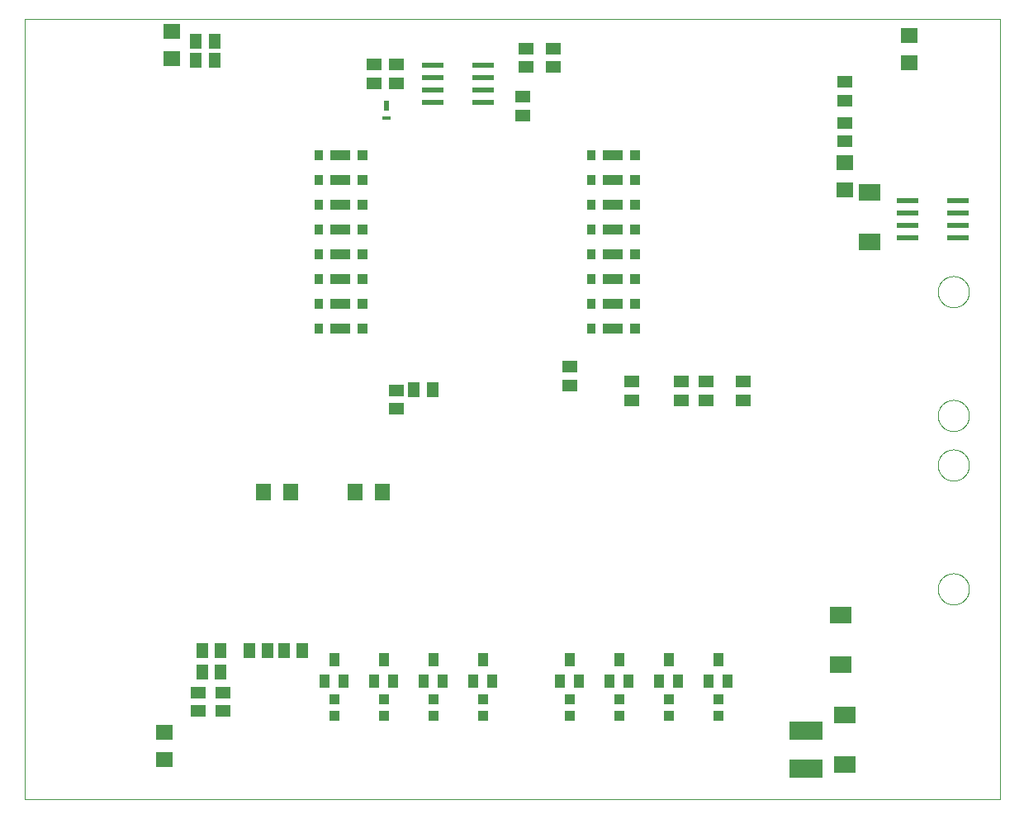
<source format=gtp>
G75*
%MOIN*%
%OFA0B0*%
%FSLAX25Y25*%
%IPPOS*%
%LPD*%
%AMOC8*
5,1,8,0,0,1.08239X$1,22.5*
%
%ADD10C,0.00000*%
%ADD11R,0.08661X0.02362*%
%ADD12R,0.07087X0.06299*%
%ADD13R,0.05118X0.05906*%
%ADD14R,0.05906X0.05118*%
%ADD15R,0.03937X0.05512*%
%ADD16R,0.04331X0.03937*%
%ADD17R,0.13386X0.07480*%
%ADD18R,0.03937X0.04331*%
%ADD19R,0.03740X0.04331*%
%ADD20R,0.02000X0.04000*%
%ADD21R,0.03200X0.01600*%
%ADD22R,0.06299X0.07087*%
%ADD23R,0.08661X0.07087*%
D10*
X0003000Y0106000D02*
X0003000Y0420961D01*
X0396701Y0420961D01*
X0396701Y0106000D01*
X0003000Y0106000D01*
X0371701Y0191000D02*
X0371703Y0191158D01*
X0371709Y0191316D01*
X0371719Y0191474D01*
X0371733Y0191632D01*
X0371751Y0191789D01*
X0371772Y0191946D01*
X0371798Y0192102D01*
X0371828Y0192258D01*
X0371861Y0192413D01*
X0371899Y0192566D01*
X0371940Y0192719D01*
X0371985Y0192871D01*
X0372034Y0193022D01*
X0372087Y0193171D01*
X0372143Y0193319D01*
X0372203Y0193465D01*
X0372267Y0193610D01*
X0372335Y0193753D01*
X0372406Y0193895D01*
X0372480Y0194035D01*
X0372558Y0194172D01*
X0372640Y0194308D01*
X0372724Y0194442D01*
X0372813Y0194573D01*
X0372904Y0194702D01*
X0372999Y0194829D01*
X0373096Y0194954D01*
X0373197Y0195076D01*
X0373301Y0195195D01*
X0373408Y0195312D01*
X0373518Y0195426D01*
X0373631Y0195537D01*
X0373746Y0195646D01*
X0373864Y0195751D01*
X0373985Y0195853D01*
X0374108Y0195953D01*
X0374234Y0196049D01*
X0374362Y0196142D01*
X0374492Y0196232D01*
X0374625Y0196318D01*
X0374760Y0196402D01*
X0374896Y0196481D01*
X0375035Y0196558D01*
X0375176Y0196630D01*
X0375318Y0196700D01*
X0375462Y0196765D01*
X0375608Y0196827D01*
X0375755Y0196885D01*
X0375904Y0196940D01*
X0376054Y0196991D01*
X0376205Y0197038D01*
X0376357Y0197081D01*
X0376510Y0197120D01*
X0376665Y0197156D01*
X0376820Y0197187D01*
X0376976Y0197215D01*
X0377132Y0197239D01*
X0377289Y0197259D01*
X0377447Y0197275D01*
X0377604Y0197287D01*
X0377763Y0197295D01*
X0377921Y0197299D01*
X0378079Y0197299D01*
X0378237Y0197295D01*
X0378396Y0197287D01*
X0378553Y0197275D01*
X0378711Y0197259D01*
X0378868Y0197239D01*
X0379024Y0197215D01*
X0379180Y0197187D01*
X0379335Y0197156D01*
X0379490Y0197120D01*
X0379643Y0197081D01*
X0379795Y0197038D01*
X0379946Y0196991D01*
X0380096Y0196940D01*
X0380245Y0196885D01*
X0380392Y0196827D01*
X0380538Y0196765D01*
X0380682Y0196700D01*
X0380824Y0196630D01*
X0380965Y0196558D01*
X0381104Y0196481D01*
X0381240Y0196402D01*
X0381375Y0196318D01*
X0381508Y0196232D01*
X0381638Y0196142D01*
X0381766Y0196049D01*
X0381892Y0195953D01*
X0382015Y0195853D01*
X0382136Y0195751D01*
X0382254Y0195646D01*
X0382369Y0195537D01*
X0382482Y0195426D01*
X0382592Y0195312D01*
X0382699Y0195195D01*
X0382803Y0195076D01*
X0382904Y0194954D01*
X0383001Y0194829D01*
X0383096Y0194702D01*
X0383187Y0194573D01*
X0383276Y0194442D01*
X0383360Y0194308D01*
X0383442Y0194172D01*
X0383520Y0194035D01*
X0383594Y0193895D01*
X0383665Y0193753D01*
X0383733Y0193610D01*
X0383797Y0193465D01*
X0383857Y0193319D01*
X0383913Y0193171D01*
X0383966Y0193022D01*
X0384015Y0192871D01*
X0384060Y0192719D01*
X0384101Y0192566D01*
X0384139Y0192413D01*
X0384172Y0192258D01*
X0384202Y0192102D01*
X0384228Y0191946D01*
X0384249Y0191789D01*
X0384267Y0191632D01*
X0384281Y0191474D01*
X0384291Y0191316D01*
X0384297Y0191158D01*
X0384299Y0191000D01*
X0384297Y0190842D01*
X0384291Y0190684D01*
X0384281Y0190526D01*
X0384267Y0190368D01*
X0384249Y0190211D01*
X0384228Y0190054D01*
X0384202Y0189898D01*
X0384172Y0189742D01*
X0384139Y0189587D01*
X0384101Y0189434D01*
X0384060Y0189281D01*
X0384015Y0189129D01*
X0383966Y0188978D01*
X0383913Y0188829D01*
X0383857Y0188681D01*
X0383797Y0188535D01*
X0383733Y0188390D01*
X0383665Y0188247D01*
X0383594Y0188105D01*
X0383520Y0187965D01*
X0383442Y0187828D01*
X0383360Y0187692D01*
X0383276Y0187558D01*
X0383187Y0187427D01*
X0383096Y0187298D01*
X0383001Y0187171D01*
X0382904Y0187046D01*
X0382803Y0186924D01*
X0382699Y0186805D01*
X0382592Y0186688D01*
X0382482Y0186574D01*
X0382369Y0186463D01*
X0382254Y0186354D01*
X0382136Y0186249D01*
X0382015Y0186147D01*
X0381892Y0186047D01*
X0381766Y0185951D01*
X0381638Y0185858D01*
X0381508Y0185768D01*
X0381375Y0185682D01*
X0381240Y0185598D01*
X0381104Y0185519D01*
X0380965Y0185442D01*
X0380824Y0185370D01*
X0380682Y0185300D01*
X0380538Y0185235D01*
X0380392Y0185173D01*
X0380245Y0185115D01*
X0380096Y0185060D01*
X0379946Y0185009D01*
X0379795Y0184962D01*
X0379643Y0184919D01*
X0379490Y0184880D01*
X0379335Y0184844D01*
X0379180Y0184813D01*
X0379024Y0184785D01*
X0378868Y0184761D01*
X0378711Y0184741D01*
X0378553Y0184725D01*
X0378396Y0184713D01*
X0378237Y0184705D01*
X0378079Y0184701D01*
X0377921Y0184701D01*
X0377763Y0184705D01*
X0377604Y0184713D01*
X0377447Y0184725D01*
X0377289Y0184741D01*
X0377132Y0184761D01*
X0376976Y0184785D01*
X0376820Y0184813D01*
X0376665Y0184844D01*
X0376510Y0184880D01*
X0376357Y0184919D01*
X0376205Y0184962D01*
X0376054Y0185009D01*
X0375904Y0185060D01*
X0375755Y0185115D01*
X0375608Y0185173D01*
X0375462Y0185235D01*
X0375318Y0185300D01*
X0375176Y0185370D01*
X0375035Y0185442D01*
X0374896Y0185519D01*
X0374760Y0185598D01*
X0374625Y0185682D01*
X0374492Y0185768D01*
X0374362Y0185858D01*
X0374234Y0185951D01*
X0374108Y0186047D01*
X0373985Y0186147D01*
X0373864Y0186249D01*
X0373746Y0186354D01*
X0373631Y0186463D01*
X0373518Y0186574D01*
X0373408Y0186688D01*
X0373301Y0186805D01*
X0373197Y0186924D01*
X0373096Y0187046D01*
X0372999Y0187171D01*
X0372904Y0187298D01*
X0372813Y0187427D01*
X0372724Y0187558D01*
X0372640Y0187692D01*
X0372558Y0187828D01*
X0372480Y0187965D01*
X0372406Y0188105D01*
X0372335Y0188247D01*
X0372267Y0188390D01*
X0372203Y0188535D01*
X0372143Y0188681D01*
X0372087Y0188829D01*
X0372034Y0188978D01*
X0371985Y0189129D01*
X0371940Y0189281D01*
X0371899Y0189434D01*
X0371861Y0189587D01*
X0371828Y0189742D01*
X0371798Y0189898D01*
X0371772Y0190054D01*
X0371751Y0190211D01*
X0371733Y0190368D01*
X0371719Y0190526D01*
X0371709Y0190684D01*
X0371703Y0190842D01*
X0371701Y0191000D01*
X0371701Y0241000D02*
X0371703Y0241158D01*
X0371709Y0241316D01*
X0371719Y0241474D01*
X0371733Y0241632D01*
X0371751Y0241789D01*
X0371772Y0241946D01*
X0371798Y0242102D01*
X0371828Y0242258D01*
X0371861Y0242413D01*
X0371899Y0242566D01*
X0371940Y0242719D01*
X0371985Y0242871D01*
X0372034Y0243022D01*
X0372087Y0243171D01*
X0372143Y0243319D01*
X0372203Y0243465D01*
X0372267Y0243610D01*
X0372335Y0243753D01*
X0372406Y0243895D01*
X0372480Y0244035D01*
X0372558Y0244172D01*
X0372640Y0244308D01*
X0372724Y0244442D01*
X0372813Y0244573D01*
X0372904Y0244702D01*
X0372999Y0244829D01*
X0373096Y0244954D01*
X0373197Y0245076D01*
X0373301Y0245195D01*
X0373408Y0245312D01*
X0373518Y0245426D01*
X0373631Y0245537D01*
X0373746Y0245646D01*
X0373864Y0245751D01*
X0373985Y0245853D01*
X0374108Y0245953D01*
X0374234Y0246049D01*
X0374362Y0246142D01*
X0374492Y0246232D01*
X0374625Y0246318D01*
X0374760Y0246402D01*
X0374896Y0246481D01*
X0375035Y0246558D01*
X0375176Y0246630D01*
X0375318Y0246700D01*
X0375462Y0246765D01*
X0375608Y0246827D01*
X0375755Y0246885D01*
X0375904Y0246940D01*
X0376054Y0246991D01*
X0376205Y0247038D01*
X0376357Y0247081D01*
X0376510Y0247120D01*
X0376665Y0247156D01*
X0376820Y0247187D01*
X0376976Y0247215D01*
X0377132Y0247239D01*
X0377289Y0247259D01*
X0377447Y0247275D01*
X0377604Y0247287D01*
X0377763Y0247295D01*
X0377921Y0247299D01*
X0378079Y0247299D01*
X0378237Y0247295D01*
X0378396Y0247287D01*
X0378553Y0247275D01*
X0378711Y0247259D01*
X0378868Y0247239D01*
X0379024Y0247215D01*
X0379180Y0247187D01*
X0379335Y0247156D01*
X0379490Y0247120D01*
X0379643Y0247081D01*
X0379795Y0247038D01*
X0379946Y0246991D01*
X0380096Y0246940D01*
X0380245Y0246885D01*
X0380392Y0246827D01*
X0380538Y0246765D01*
X0380682Y0246700D01*
X0380824Y0246630D01*
X0380965Y0246558D01*
X0381104Y0246481D01*
X0381240Y0246402D01*
X0381375Y0246318D01*
X0381508Y0246232D01*
X0381638Y0246142D01*
X0381766Y0246049D01*
X0381892Y0245953D01*
X0382015Y0245853D01*
X0382136Y0245751D01*
X0382254Y0245646D01*
X0382369Y0245537D01*
X0382482Y0245426D01*
X0382592Y0245312D01*
X0382699Y0245195D01*
X0382803Y0245076D01*
X0382904Y0244954D01*
X0383001Y0244829D01*
X0383096Y0244702D01*
X0383187Y0244573D01*
X0383276Y0244442D01*
X0383360Y0244308D01*
X0383442Y0244172D01*
X0383520Y0244035D01*
X0383594Y0243895D01*
X0383665Y0243753D01*
X0383733Y0243610D01*
X0383797Y0243465D01*
X0383857Y0243319D01*
X0383913Y0243171D01*
X0383966Y0243022D01*
X0384015Y0242871D01*
X0384060Y0242719D01*
X0384101Y0242566D01*
X0384139Y0242413D01*
X0384172Y0242258D01*
X0384202Y0242102D01*
X0384228Y0241946D01*
X0384249Y0241789D01*
X0384267Y0241632D01*
X0384281Y0241474D01*
X0384291Y0241316D01*
X0384297Y0241158D01*
X0384299Y0241000D01*
X0384297Y0240842D01*
X0384291Y0240684D01*
X0384281Y0240526D01*
X0384267Y0240368D01*
X0384249Y0240211D01*
X0384228Y0240054D01*
X0384202Y0239898D01*
X0384172Y0239742D01*
X0384139Y0239587D01*
X0384101Y0239434D01*
X0384060Y0239281D01*
X0384015Y0239129D01*
X0383966Y0238978D01*
X0383913Y0238829D01*
X0383857Y0238681D01*
X0383797Y0238535D01*
X0383733Y0238390D01*
X0383665Y0238247D01*
X0383594Y0238105D01*
X0383520Y0237965D01*
X0383442Y0237828D01*
X0383360Y0237692D01*
X0383276Y0237558D01*
X0383187Y0237427D01*
X0383096Y0237298D01*
X0383001Y0237171D01*
X0382904Y0237046D01*
X0382803Y0236924D01*
X0382699Y0236805D01*
X0382592Y0236688D01*
X0382482Y0236574D01*
X0382369Y0236463D01*
X0382254Y0236354D01*
X0382136Y0236249D01*
X0382015Y0236147D01*
X0381892Y0236047D01*
X0381766Y0235951D01*
X0381638Y0235858D01*
X0381508Y0235768D01*
X0381375Y0235682D01*
X0381240Y0235598D01*
X0381104Y0235519D01*
X0380965Y0235442D01*
X0380824Y0235370D01*
X0380682Y0235300D01*
X0380538Y0235235D01*
X0380392Y0235173D01*
X0380245Y0235115D01*
X0380096Y0235060D01*
X0379946Y0235009D01*
X0379795Y0234962D01*
X0379643Y0234919D01*
X0379490Y0234880D01*
X0379335Y0234844D01*
X0379180Y0234813D01*
X0379024Y0234785D01*
X0378868Y0234761D01*
X0378711Y0234741D01*
X0378553Y0234725D01*
X0378396Y0234713D01*
X0378237Y0234705D01*
X0378079Y0234701D01*
X0377921Y0234701D01*
X0377763Y0234705D01*
X0377604Y0234713D01*
X0377447Y0234725D01*
X0377289Y0234741D01*
X0377132Y0234761D01*
X0376976Y0234785D01*
X0376820Y0234813D01*
X0376665Y0234844D01*
X0376510Y0234880D01*
X0376357Y0234919D01*
X0376205Y0234962D01*
X0376054Y0235009D01*
X0375904Y0235060D01*
X0375755Y0235115D01*
X0375608Y0235173D01*
X0375462Y0235235D01*
X0375318Y0235300D01*
X0375176Y0235370D01*
X0375035Y0235442D01*
X0374896Y0235519D01*
X0374760Y0235598D01*
X0374625Y0235682D01*
X0374492Y0235768D01*
X0374362Y0235858D01*
X0374234Y0235951D01*
X0374108Y0236047D01*
X0373985Y0236147D01*
X0373864Y0236249D01*
X0373746Y0236354D01*
X0373631Y0236463D01*
X0373518Y0236574D01*
X0373408Y0236688D01*
X0373301Y0236805D01*
X0373197Y0236924D01*
X0373096Y0237046D01*
X0372999Y0237171D01*
X0372904Y0237298D01*
X0372813Y0237427D01*
X0372724Y0237558D01*
X0372640Y0237692D01*
X0372558Y0237828D01*
X0372480Y0237965D01*
X0372406Y0238105D01*
X0372335Y0238247D01*
X0372267Y0238390D01*
X0372203Y0238535D01*
X0372143Y0238681D01*
X0372087Y0238829D01*
X0372034Y0238978D01*
X0371985Y0239129D01*
X0371940Y0239281D01*
X0371899Y0239434D01*
X0371861Y0239587D01*
X0371828Y0239742D01*
X0371798Y0239898D01*
X0371772Y0240054D01*
X0371751Y0240211D01*
X0371733Y0240368D01*
X0371719Y0240526D01*
X0371709Y0240684D01*
X0371703Y0240842D01*
X0371701Y0241000D01*
X0371701Y0261000D02*
X0371703Y0261158D01*
X0371709Y0261316D01*
X0371719Y0261474D01*
X0371733Y0261632D01*
X0371751Y0261789D01*
X0371772Y0261946D01*
X0371798Y0262102D01*
X0371828Y0262258D01*
X0371861Y0262413D01*
X0371899Y0262566D01*
X0371940Y0262719D01*
X0371985Y0262871D01*
X0372034Y0263022D01*
X0372087Y0263171D01*
X0372143Y0263319D01*
X0372203Y0263465D01*
X0372267Y0263610D01*
X0372335Y0263753D01*
X0372406Y0263895D01*
X0372480Y0264035D01*
X0372558Y0264172D01*
X0372640Y0264308D01*
X0372724Y0264442D01*
X0372813Y0264573D01*
X0372904Y0264702D01*
X0372999Y0264829D01*
X0373096Y0264954D01*
X0373197Y0265076D01*
X0373301Y0265195D01*
X0373408Y0265312D01*
X0373518Y0265426D01*
X0373631Y0265537D01*
X0373746Y0265646D01*
X0373864Y0265751D01*
X0373985Y0265853D01*
X0374108Y0265953D01*
X0374234Y0266049D01*
X0374362Y0266142D01*
X0374492Y0266232D01*
X0374625Y0266318D01*
X0374760Y0266402D01*
X0374896Y0266481D01*
X0375035Y0266558D01*
X0375176Y0266630D01*
X0375318Y0266700D01*
X0375462Y0266765D01*
X0375608Y0266827D01*
X0375755Y0266885D01*
X0375904Y0266940D01*
X0376054Y0266991D01*
X0376205Y0267038D01*
X0376357Y0267081D01*
X0376510Y0267120D01*
X0376665Y0267156D01*
X0376820Y0267187D01*
X0376976Y0267215D01*
X0377132Y0267239D01*
X0377289Y0267259D01*
X0377447Y0267275D01*
X0377604Y0267287D01*
X0377763Y0267295D01*
X0377921Y0267299D01*
X0378079Y0267299D01*
X0378237Y0267295D01*
X0378396Y0267287D01*
X0378553Y0267275D01*
X0378711Y0267259D01*
X0378868Y0267239D01*
X0379024Y0267215D01*
X0379180Y0267187D01*
X0379335Y0267156D01*
X0379490Y0267120D01*
X0379643Y0267081D01*
X0379795Y0267038D01*
X0379946Y0266991D01*
X0380096Y0266940D01*
X0380245Y0266885D01*
X0380392Y0266827D01*
X0380538Y0266765D01*
X0380682Y0266700D01*
X0380824Y0266630D01*
X0380965Y0266558D01*
X0381104Y0266481D01*
X0381240Y0266402D01*
X0381375Y0266318D01*
X0381508Y0266232D01*
X0381638Y0266142D01*
X0381766Y0266049D01*
X0381892Y0265953D01*
X0382015Y0265853D01*
X0382136Y0265751D01*
X0382254Y0265646D01*
X0382369Y0265537D01*
X0382482Y0265426D01*
X0382592Y0265312D01*
X0382699Y0265195D01*
X0382803Y0265076D01*
X0382904Y0264954D01*
X0383001Y0264829D01*
X0383096Y0264702D01*
X0383187Y0264573D01*
X0383276Y0264442D01*
X0383360Y0264308D01*
X0383442Y0264172D01*
X0383520Y0264035D01*
X0383594Y0263895D01*
X0383665Y0263753D01*
X0383733Y0263610D01*
X0383797Y0263465D01*
X0383857Y0263319D01*
X0383913Y0263171D01*
X0383966Y0263022D01*
X0384015Y0262871D01*
X0384060Y0262719D01*
X0384101Y0262566D01*
X0384139Y0262413D01*
X0384172Y0262258D01*
X0384202Y0262102D01*
X0384228Y0261946D01*
X0384249Y0261789D01*
X0384267Y0261632D01*
X0384281Y0261474D01*
X0384291Y0261316D01*
X0384297Y0261158D01*
X0384299Y0261000D01*
X0384297Y0260842D01*
X0384291Y0260684D01*
X0384281Y0260526D01*
X0384267Y0260368D01*
X0384249Y0260211D01*
X0384228Y0260054D01*
X0384202Y0259898D01*
X0384172Y0259742D01*
X0384139Y0259587D01*
X0384101Y0259434D01*
X0384060Y0259281D01*
X0384015Y0259129D01*
X0383966Y0258978D01*
X0383913Y0258829D01*
X0383857Y0258681D01*
X0383797Y0258535D01*
X0383733Y0258390D01*
X0383665Y0258247D01*
X0383594Y0258105D01*
X0383520Y0257965D01*
X0383442Y0257828D01*
X0383360Y0257692D01*
X0383276Y0257558D01*
X0383187Y0257427D01*
X0383096Y0257298D01*
X0383001Y0257171D01*
X0382904Y0257046D01*
X0382803Y0256924D01*
X0382699Y0256805D01*
X0382592Y0256688D01*
X0382482Y0256574D01*
X0382369Y0256463D01*
X0382254Y0256354D01*
X0382136Y0256249D01*
X0382015Y0256147D01*
X0381892Y0256047D01*
X0381766Y0255951D01*
X0381638Y0255858D01*
X0381508Y0255768D01*
X0381375Y0255682D01*
X0381240Y0255598D01*
X0381104Y0255519D01*
X0380965Y0255442D01*
X0380824Y0255370D01*
X0380682Y0255300D01*
X0380538Y0255235D01*
X0380392Y0255173D01*
X0380245Y0255115D01*
X0380096Y0255060D01*
X0379946Y0255009D01*
X0379795Y0254962D01*
X0379643Y0254919D01*
X0379490Y0254880D01*
X0379335Y0254844D01*
X0379180Y0254813D01*
X0379024Y0254785D01*
X0378868Y0254761D01*
X0378711Y0254741D01*
X0378553Y0254725D01*
X0378396Y0254713D01*
X0378237Y0254705D01*
X0378079Y0254701D01*
X0377921Y0254701D01*
X0377763Y0254705D01*
X0377604Y0254713D01*
X0377447Y0254725D01*
X0377289Y0254741D01*
X0377132Y0254761D01*
X0376976Y0254785D01*
X0376820Y0254813D01*
X0376665Y0254844D01*
X0376510Y0254880D01*
X0376357Y0254919D01*
X0376205Y0254962D01*
X0376054Y0255009D01*
X0375904Y0255060D01*
X0375755Y0255115D01*
X0375608Y0255173D01*
X0375462Y0255235D01*
X0375318Y0255300D01*
X0375176Y0255370D01*
X0375035Y0255442D01*
X0374896Y0255519D01*
X0374760Y0255598D01*
X0374625Y0255682D01*
X0374492Y0255768D01*
X0374362Y0255858D01*
X0374234Y0255951D01*
X0374108Y0256047D01*
X0373985Y0256147D01*
X0373864Y0256249D01*
X0373746Y0256354D01*
X0373631Y0256463D01*
X0373518Y0256574D01*
X0373408Y0256688D01*
X0373301Y0256805D01*
X0373197Y0256924D01*
X0373096Y0257046D01*
X0372999Y0257171D01*
X0372904Y0257298D01*
X0372813Y0257427D01*
X0372724Y0257558D01*
X0372640Y0257692D01*
X0372558Y0257828D01*
X0372480Y0257965D01*
X0372406Y0258105D01*
X0372335Y0258247D01*
X0372267Y0258390D01*
X0372203Y0258535D01*
X0372143Y0258681D01*
X0372087Y0258829D01*
X0372034Y0258978D01*
X0371985Y0259129D01*
X0371940Y0259281D01*
X0371899Y0259434D01*
X0371861Y0259587D01*
X0371828Y0259742D01*
X0371798Y0259898D01*
X0371772Y0260054D01*
X0371751Y0260211D01*
X0371733Y0260368D01*
X0371719Y0260526D01*
X0371709Y0260684D01*
X0371703Y0260842D01*
X0371701Y0261000D01*
X0371701Y0311000D02*
X0371703Y0311158D01*
X0371709Y0311316D01*
X0371719Y0311474D01*
X0371733Y0311632D01*
X0371751Y0311789D01*
X0371772Y0311946D01*
X0371798Y0312102D01*
X0371828Y0312258D01*
X0371861Y0312413D01*
X0371899Y0312566D01*
X0371940Y0312719D01*
X0371985Y0312871D01*
X0372034Y0313022D01*
X0372087Y0313171D01*
X0372143Y0313319D01*
X0372203Y0313465D01*
X0372267Y0313610D01*
X0372335Y0313753D01*
X0372406Y0313895D01*
X0372480Y0314035D01*
X0372558Y0314172D01*
X0372640Y0314308D01*
X0372724Y0314442D01*
X0372813Y0314573D01*
X0372904Y0314702D01*
X0372999Y0314829D01*
X0373096Y0314954D01*
X0373197Y0315076D01*
X0373301Y0315195D01*
X0373408Y0315312D01*
X0373518Y0315426D01*
X0373631Y0315537D01*
X0373746Y0315646D01*
X0373864Y0315751D01*
X0373985Y0315853D01*
X0374108Y0315953D01*
X0374234Y0316049D01*
X0374362Y0316142D01*
X0374492Y0316232D01*
X0374625Y0316318D01*
X0374760Y0316402D01*
X0374896Y0316481D01*
X0375035Y0316558D01*
X0375176Y0316630D01*
X0375318Y0316700D01*
X0375462Y0316765D01*
X0375608Y0316827D01*
X0375755Y0316885D01*
X0375904Y0316940D01*
X0376054Y0316991D01*
X0376205Y0317038D01*
X0376357Y0317081D01*
X0376510Y0317120D01*
X0376665Y0317156D01*
X0376820Y0317187D01*
X0376976Y0317215D01*
X0377132Y0317239D01*
X0377289Y0317259D01*
X0377447Y0317275D01*
X0377604Y0317287D01*
X0377763Y0317295D01*
X0377921Y0317299D01*
X0378079Y0317299D01*
X0378237Y0317295D01*
X0378396Y0317287D01*
X0378553Y0317275D01*
X0378711Y0317259D01*
X0378868Y0317239D01*
X0379024Y0317215D01*
X0379180Y0317187D01*
X0379335Y0317156D01*
X0379490Y0317120D01*
X0379643Y0317081D01*
X0379795Y0317038D01*
X0379946Y0316991D01*
X0380096Y0316940D01*
X0380245Y0316885D01*
X0380392Y0316827D01*
X0380538Y0316765D01*
X0380682Y0316700D01*
X0380824Y0316630D01*
X0380965Y0316558D01*
X0381104Y0316481D01*
X0381240Y0316402D01*
X0381375Y0316318D01*
X0381508Y0316232D01*
X0381638Y0316142D01*
X0381766Y0316049D01*
X0381892Y0315953D01*
X0382015Y0315853D01*
X0382136Y0315751D01*
X0382254Y0315646D01*
X0382369Y0315537D01*
X0382482Y0315426D01*
X0382592Y0315312D01*
X0382699Y0315195D01*
X0382803Y0315076D01*
X0382904Y0314954D01*
X0383001Y0314829D01*
X0383096Y0314702D01*
X0383187Y0314573D01*
X0383276Y0314442D01*
X0383360Y0314308D01*
X0383442Y0314172D01*
X0383520Y0314035D01*
X0383594Y0313895D01*
X0383665Y0313753D01*
X0383733Y0313610D01*
X0383797Y0313465D01*
X0383857Y0313319D01*
X0383913Y0313171D01*
X0383966Y0313022D01*
X0384015Y0312871D01*
X0384060Y0312719D01*
X0384101Y0312566D01*
X0384139Y0312413D01*
X0384172Y0312258D01*
X0384202Y0312102D01*
X0384228Y0311946D01*
X0384249Y0311789D01*
X0384267Y0311632D01*
X0384281Y0311474D01*
X0384291Y0311316D01*
X0384297Y0311158D01*
X0384299Y0311000D01*
X0384297Y0310842D01*
X0384291Y0310684D01*
X0384281Y0310526D01*
X0384267Y0310368D01*
X0384249Y0310211D01*
X0384228Y0310054D01*
X0384202Y0309898D01*
X0384172Y0309742D01*
X0384139Y0309587D01*
X0384101Y0309434D01*
X0384060Y0309281D01*
X0384015Y0309129D01*
X0383966Y0308978D01*
X0383913Y0308829D01*
X0383857Y0308681D01*
X0383797Y0308535D01*
X0383733Y0308390D01*
X0383665Y0308247D01*
X0383594Y0308105D01*
X0383520Y0307965D01*
X0383442Y0307828D01*
X0383360Y0307692D01*
X0383276Y0307558D01*
X0383187Y0307427D01*
X0383096Y0307298D01*
X0383001Y0307171D01*
X0382904Y0307046D01*
X0382803Y0306924D01*
X0382699Y0306805D01*
X0382592Y0306688D01*
X0382482Y0306574D01*
X0382369Y0306463D01*
X0382254Y0306354D01*
X0382136Y0306249D01*
X0382015Y0306147D01*
X0381892Y0306047D01*
X0381766Y0305951D01*
X0381638Y0305858D01*
X0381508Y0305768D01*
X0381375Y0305682D01*
X0381240Y0305598D01*
X0381104Y0305519D01*
X0380965Y0305442D01*
X0380824Y0305370D01*
X0380682Y0305300D01*
X0380538Y0305235D01*
X0380392Y0305173D01*
X0380245Y0305115D01*
X0380096Y0305060D01*
X0379946Y0305009D01*
X0379795Y0304962D01*
X0379643Y0304919D01*
X0379490Y0304880D01*
X0379335Y0304844D01*
X0379180Y0304813D01*
X0379024Y0304785D01*
X0378868Y0304761D01*
X0378711Y0304741D01*
X0378553Y0304725D01*
X0378396Y0304713D01*
X0378237Y0304705D01*
X0378079Y0304701D01*
X0377921Y0304701D01*
X0377763Y0304705D01*
X0377604Y0304713D01*
X0377447Y0304725D01*
X0377289Y0304741D01*
X0377132Y0304761D01*
X0376976Y0304785D01*
X0376820Y0304813D01*
X0376665Y0304844D01*
X0376510Y0304880D01*
X0376357Y0304919D01*
X0376205Y0304962D01*
X0376054Y0305009D01*
X0375904Y0305060D01*
X0375755Y0305115D01*
X0375608Y0305173D01*
X0375462Y0305235D01*
X0375318Y0305300D01*
X0375176Y0305370D01*
X0375035Y0305442D01*
X0374896Y0305519D01*
X0374760Y0305598D01*
X0374625Y0305682D01*
X0374492Y0305768D01*
X0374362Y0305858D01*
X0374234Y0305951D01*
X0374108Y0306047D01*
X0373985Y0306147D01*
X0373864Y0306249D01*
X0373746Y0306354D01*
X0373631Y0306463D01*
X0373518Y0306574D01*
X0373408Y0306688D01*
X0373301Y0306805D01*
X0373197Y0306924D01*
X0373096Y0307046D01*
X0372999Y0307171D01*
X0372904Y0307298D01*
X0372813Y0307427D01*
X0372724Y0307558D01*
X0372640Y0307692D01*
X0372558Y0307828D01*
X0372480Y0307965D01*
X0372406Y0308105D01*
X0372335Y0308247D01*
X0372267Y0308390D01*
X0372203Y0308535D01*
X0372143Y0308681D01*
X0372087Y0308829D01*
X0372034Y0308978D01*
X0371985Y0309129D01*
X0371940Y0309281D01*
X0371899Y0309434D01*
X0371861Y0309587D01*
X0371828Y0309742D01*
X0371798Y0309898D01*
X0371772Y0310054D01*
X0371751Y0310211D01*
X0371733Y0310368D01*
X0371719Y0310526D01*
X0371709Y0310684D01*
X0371703Y0310842D01*
X0371701Y0311000D01*
D11*
X0379836Y0332900D03*
X0379836Y0337900D03*
X0379836Y0342900D03*
X0379836Y0347900D03*
X0359364Y0347900D03*
X0359364Y0342900D03*
X0359364Y0337900D03*
X0359364Y0332900D03*
X0188236Y0387500D03*
X0188236Y0392500D03*
X0188236Y0397500D03*
X0188236Y0402500D03*
X0167764Y0402500D03*
X0167764Y0397500D03*
X0167764Y0392500D03*
X0167764Y0387500D03*
D12*
X0062500Y0404976D03*
X0062500Y0416000D03*
X0059500Y0133000D03*
X0059500Y0121976D03*
X0334000Y0351988D03*
X0334000Y0363012D03*
X0360200Y0403588D03*
X0360200Y0414612D03*
D13*
X0167740Y0271500D03*
X0160260Y0271500D03*
X0115240Y0166000D03*
X0107760Y0166000D03*
X0101240Y0166000D03*
X0093760Y0166000D03*
X0082240Y0166000D03*
X0074760Y0166000D03*
X0074760Y0157500D03*
X0082240Y0157500D03*
X0079740Y0404500D03*
X0072260Y0404500D03*
X0072260Y0412000D03*
X0079740Y0412000D03*
D14*
X0144000Y0402740D03*
X0144000Y0395260D03*
X0153000Y0395260D03*
X0153000Y0402740D03*
X0205500Y0401760D03*
X0205500Y0409240D03*
X0216500Y0409240D03*
X0216500Y0401760D03*
X0204000Y0389740D03*
X0204000Y0382260D03*
X0223000Y0280740D03*
X0223000Y0273260D03*
X0248000Y0274740D03*
X0248000Y0267260D03*
X0268000Y0267260D03*
X0268000Y0274740D03*
X0278000Y0274740D03*
X0278000Y0267260D03*
X0293000Y0267260D03*
X0293000Y0274740D03*
X0334000Y0371760D03*
X0334000Y0379240D03*
X0334000Y0388260D03*
X0334000Y0395740D03*
X0153000Y0271240D03*
X0153000Y0263760D03*
X0083000Y0149240D03*
X0083000Y0141760D03*
X0073000Y0141760D03*
X0073000Y0149240D03*
D15*
X0124260Y0153669D03*
X0131740Y0153669D03*
X0128000Y0162331D03*
X0144260Y0153669D03*
X0151740Y0153669D03*
X0148000Y0162331D03*
X0164260Y0153669D03*
X0171740Y0153669D03*
X0168000Y0162331D03*
X0184260Y0153669D03*
X0191740Y0153669D03*
X0188000Y0162331D03*
X0219260Y0153669D03*
X0226740Y0153669D03*
X0223000Y0162331D03*
X0239260Y0153669D03*
X0246740Y0153669D03*
X0243000Y0162331D03*
X0259260Y0153669D03*
X0266740Y0153669D03*
X0263000Y0162331D03*
X0279260Y0153669D03*
X0286740Y0153669D03*
X0283000Y0162331D03*
D16*
X0283000Y0146346D03*
X0283000Y0139654D03*
X0263000Y0139654D03*
X0263000Y0146346D03*
X0243000Y0146346D03*
X0243000Y0139654D03*
X0223000Y0139654D03*
X0223000Y0146346D03*
X0188000Y0146346D03*
X0188000Y0139654D03*
X0168000Y0139654D03*
X0168000Y0146346D03*
X0148000Y0146346D03*
X0148000Y0139654D03*
X0128000Y0139654D03*
X0128000Y0146346D03*
D17*
X0318500Y0133677D03*
X0318500Y0118323D03*
D18*
X0249346Y0296000D03*
X0242654Y0296000D03*
X0238346Y0296000D03*
X0238346Y0306000D03*
X0242654Y0306000D03*
X0249346Y0306000D03*
X0249346Y0316000D03*
X0242654Y0316000D03*
X0238346Y0316000D03*
X0238346Y0326000D03*
X0242654Y0326000D03*
X0249346Y0326000D03*
X0249346Y0336000D03*
X0249346Y0346000D03*
X0242654Y0346000D03*
X0238346Y0346000D03*
X0238346Y0336000D03*
X0242654Y0336000D03*
X0242654Y0356000D03*
X0238346Y0356000D03*
X0238346Y0366000D03*
X0242654Y0366000D03*
X0249346Y0366000D03*
X0249346Y0356000D03*
X0139346Y0356000D03*
X0132654Y0356000D03*
X0128346Y0356000D03*
X0128346Y0346000D03*
X0132654Y0346000D03*
X0139346Y0346000D03*
X0139346Y0336000D03*
X0132654Y0336000D03*
X0128346Y0336000D03*
X0128346Y0326000D03*
X0132654Y0326000D03*
X0139346Y0326000D03*
X0139346Y0316000D03*
X0132654Y0316000D03*
X0128346Y0316000D03*
X0128346Y0306000D03*
X0132654Y0306000D03*
X0139346Y0306000D03*
X0139346Y0296000D03*
X0132654Y0296000D03*
X0128346Y0296000D03*
X0128346Y0366000D03*
X0132654Y0366000D03*
X0139346Y0366000D03*
D19*
X0121752Y0366000D03*
X0121752Y0356000D03*
X0121752Y0346000D03*
X0121752Y0336000D03*
X0121752Y0326000D03*
X0121752Y0316000D03*
X0121752Y0306000D03*
X0121752Y0296000D03*
X0231752Y0296000D03*
X0231752Y0306000D03*
X0231752Y0316000D03*
X0231752Y0326000D03*
X0231752Y0336000D03*
X0231752Y0346000D03*
X0231752Y0356000D03*
X0231752Y0366000D03*
D20*
X0149000Y0386000D03*
D21*
X0149000Y0381000D03*
D22*
X0147512Y0230000D03*
X0136488Y0230000D03*
X0110512Y0230000D03*
X0099488Y0230000D03*
D23*
X0332500Y0180539D03*
X0332500Y0160461D03*
X0334000Y0140039D03*
X0334000Y0119961D03*
X0344000Y0330961D03*
X0344000Y0351039D03*
M02*

</source>
